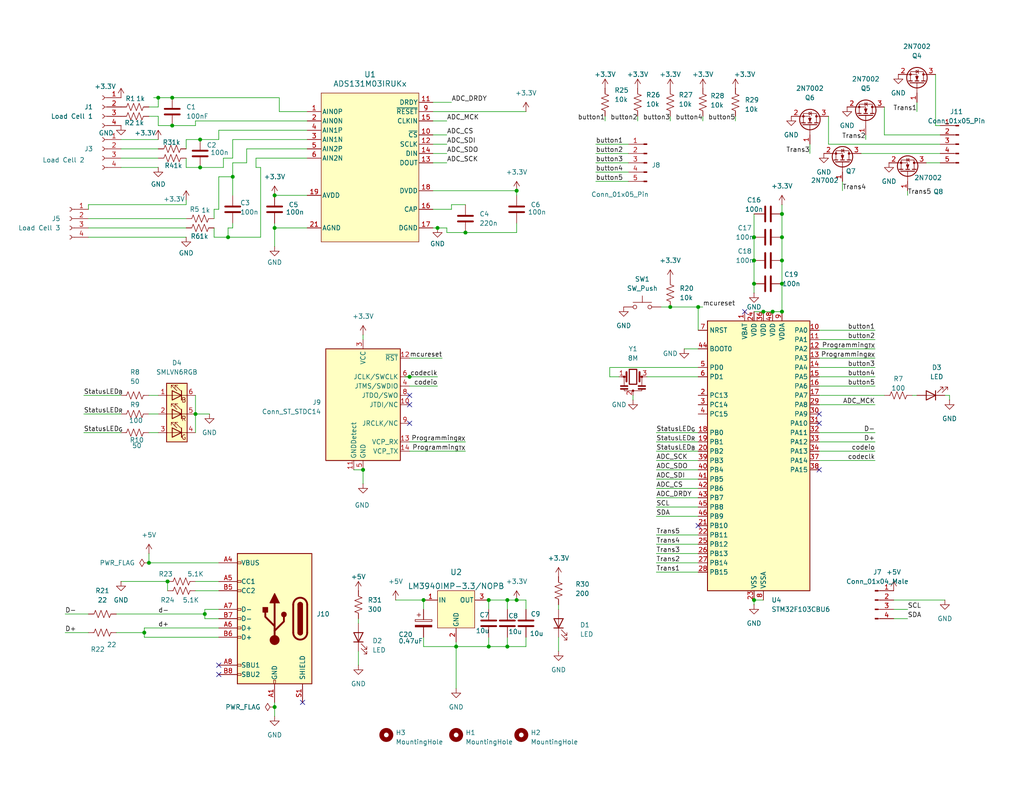
<source format=kicad_sch>
(kicad_sch (version 20231120) (generator "eeschema") (generator_version "8.0")
  (paper "USLetter")
  (title_block (title "Flight Stick") (date "2024-08-02") (rev "4.0") (company "Aryan Ghosh"))
  (junction (at 138.43 163.83))
  (junction (at 46.99 34.29))
  (junction (at 124.46 176.53))
  (junction (at 133.35 176.53))
  (junction (at 74.93 53.34))
  (junction (at 53.34 113.03))
  (junction (at 213.36 64.77))
  (junction (at 62.23 64.77))
  (junction (at 205.74 71.12))
  (junction (at 208.28 85.09))
  (junction (at 43.18 26.67))
  (junction (at 140.97 163.83))
  (junction (at 213.36 85.09))
  (junction (at 205.74 64.77))
  (junction (at 54.61 38.1))
  (junction (at 99.06 128.27))
  (junction (at 133.35 163.83))
  (junction (at 119.38 62.23))
  (junction (at 45.72 158.75))
  (junction (at 182.88 83.82))
  (junction (at 74.93 62.23))
  (junction (at 46.99 26.67))
  (junction (at 40.64 153.67))
  (junction (at 213.36 58.42))
  (junction (at 190.5 83.82))
  (junction (at 54.61 45.72))
  (junction (at 127 63.5))
  (junction (at 39.37 172.72))
  (junction (at 213.36 77.47))
  (junction (at 205.74 163.83))
  (junction (at 138.43 176.53))
  (junction (at 63.5 48.26))
  (junction (at 55.88 167.64))
  (junction (at 210.82 85.09))
  (junction (at 115.57 163.83))
  (junction (at 140.97 52.07))
  (junction (at 213.36 71.12))
  (junction (at 205.74 77.47))
  (junction (at 111.76 102.87))
  (junction (at 74.93 193.04))
  (no_connect (at 111.76 115.57))
  (no_connect (at 223.52 113.03))
  (no_connect (at 82.55 191.77))
  (no_connect (at 111.76 107.95))
  (no_connect (at 223.52 128.27))
  (no_connect (at 203.2 85.09))
  (no_connect (at 190.5 143.51))
  (no_connect (at 223.52 115.57))
  (no_connect (at 111.76 110.49))
  (no_connect (at 59.69 184.15))
  (no_connect (at 59.69 181.61))
  (wire (pts (xy 40.64 29.21) (xy 43.18 29.21)))
  (wire (pts (xy 247.65 168.91) (xy 243.84 168.91)))
  (wire (pts (xy 190.5 83.82) (xy 190.5 90.17)))
  (wire (pts (xy 118.11 57.15) (xy 123.19 57.15)))
  (wire (pts (xy 213.36 71.12) (xy 213.36 77.47)))
  (wire (pts (xy 43.18 26.67) (xy 46.99 26.67)))
  (wire (pts (xy 63.5 53.34) (xy 63.5 48.26)))
  (wire (pts (xy 179.07 135.89) (xy 190.5 135.89)))
  (wire (pts (xy 152.4 173.99) (xy 152.4 177.8)))
  (wire (pts (xy 179.07 140.97) (xy 190.5 140.97)))
  (wire (pts (xy 33.02 158.75) (xy 45.72 158.75)))
  (wire (pts (xy 43.18 31.75) (xy 43.18 34.29)))
  (wire (pts (xy 50.8 40.64) (xy 50.8 38.1)))
  (wire (pts (xy 97.79 177.8) (xy 97.79 181.61)))
  (wire (pts (xy 182.88 83.82) (xy 190.5 83.82)))
  (wire (pts (xy 256.54 36.83) (xy 241.3 36.83)))
  (wire (pts (xy 140.97 163.83) (xy 143.51 163.83)))
  (wire (pts (xy 143.51 176.53) (xy 143.51 173.99)))
  (wire (pts (xy 54.61 45.72) (xy 60.96 45.72)))
  (wire (pts (xy 191.77 33.02) (xy 191.77 31.75)))
  (wire (pts (xy 59.69 168.91) (xy 55.88 168.91)))
  (wire (pts (xy 238.76 100.33) (xy 223.52 100.33)))
  (wire (pts (xy 241.3 36.83) (xy 241.3 29.21)))
  (wire (pts (xy 43.18 29.21) (xy 43.18 26.67)))
  (wire (pts (xy 226.06 39.37) (xy 256.54 39.37)))
  (wire (pts (xy 115.57 176.53) (xy 124.46 176.53)))
  (wire (pts (xy 223.52 125.73) (xy 238.76 125.73)))
  (wire (pts (xy 46.99 26.67) (xy 76.2 26.67)))
  (wire (pts (xy 250.19 30.48) (xy 250.19 27.94)))
  (wire (pts (xy 127 123.19) (xy 111.76 123.19)))
  (wire (pts (xy 248.92 107.95) (xy 250.19 107.95)))
  (wire (pts (xy 67.31 40.64) (xy 83.82 40.64)))
  (wire (pts (xy 223.52 107.95) (xy 241.3 107.95)))
  (wire (pts (xy 33.02 40.64) (xy 43.18 40.64)))
  (wire (pts (xy 127 120.65) (xy 111.76 120.65)))
  (wire (pts (xy 40.64 113.03) (xy 43.18 113.03)))
  (wire (pts (xy 71.12 64.77) (xy 71.12 45.72)))
  (wire (pts (xy 223.52 120.65) (xy 238.76 120.65)))
  (wire (pts (xy 179.07 118.11) (xy 190.5 118.11)))
  (wire (pts (xy 76.2 30.48) (xy 83.82 30.48)))
  (wire (pts (xy 210.82 85.09) (xy 213.36 85.09)))
  (wire (pts (xy 55.88 167.64) (xy 55.88 166.37)))
  (wire (pts (xy 40.64 153.67) (xy 59.69 153.67)))
  (wire (pts (xy 63.5 48.26) (xy 63.5 44.45)))
  (wire (pts (xy 226.06 31.75) (xy 226.06 39.37)))
  (wire (pts (xy 58.42 62.23) (xy 58.42 64.77)))
  (wire (pts (xy 238.76 92.71) (xy 223.52 92.71)))
  (wire (pts (xy 74.93 195.58) (xy 74.93 193.04)))
  (wire (pts (xy 118.11 30.48) (xy 143.51 30.48)))
  (wire (pts (xy 179.07 153.67) (xy 190.5 153.67)))
  (wire (pts (xy 24.13 64.77) (xy 50.8 64.77)))
  (wire (pts (xy 99.06 128.27) (xy 99.06 132.08)))
  (wire (pts (xy 115.57 176.53) (xy 115.57 173.99)))
  (wire (pts (xy 119.38 105.41) (xy 111.76 105.41)))
  (wire (pts (xy 59.69 35.56) (xy 83.82 35.56)))
  (wire (pts (xy 121.92 39.37) (xy 118.11 39.37)))
  (wire (pts (xy 63.5 43.18) (xy 63.5 38.1)))
  (wire (pts (xy 238.76 97.79) (xy 223.52 97.79)))
  (wire (pts (xy 238.76 95.25) (xy 223.52 95.25)))
  (wire (pts (xy 259.08 107.95) (xy 257.81 107.95)))
  (wire (pts (xy 107.95 163.83) (xy 115.57 163.83)))
  (wire (pts (xy 31.75 167.64) (xy 55.88 167.64)))
  (wire (pts (xy 243.84 163.83) (xy 257.81 163.83)))
  (wire (pts (xy 40.64 153.67) (xy 40.64 151.13)))
  (wire (pts (xy 58.42 57.15) (xy 59.69 57.15)))
  (wire (pts (xy 53.34 113.03) (xy 57.15 113.03)))
  (wire (pts (xy 118.11 27.94) (xy 123.19 27.94)))
  (wire (pts (xy 179.07 133.35) (xy 190.5 133.35)))
  (wire (pts (xy 256.54 41.91) (xy 234.95 41.91)))
  (wire (pts (xy 190.5 83.82) (xy 191.77 83.82)))
  (wire (pts (xy 31.75 172.72) (xy 39.37 172.72)))
  (wire (pts (xy 133.35 176.53) (xy 133.35 173.99)))
  (wire (pts (xy 186.69 95.25) (xy 190.5 95.25)))
  (wire (pts (xy 50.8 55.88) (xy 50.8 54.61)))
  (wire (pts (xy 223.52 123.19) (xy 238.76 123.19)))
  (wire (pts (xy 179.07 156.21) (xy 190.5 156.21)))
  (wire (pts (xy 162.56 39.37) (xy 171.45 39.37)))
  (wire (pts (xy 62.23 64.77) (xy 71.12 64.77)))
  (wire (pts (xy 208.28 85.09) (xy 210.82 85.09)))
  (wire (pts (xy 179.07 125.73) (xy 190.5 125.73)))
  (wire (pts (xy 118.11 62.23) (xy 119.38 62.23)))
  (wire (pts (xy 162.56 44.45) (xy 171.45 44.45)))
  (wire (pts (xy 238.76 105.41) (xy 223.52 105.41)))
  (wire (pts (xy 123.19 55.88) (xy 127 55.88)))
  (wire (pts (xy 256.54 44.45) (xy 252.73 44.45)))
  (wire (pts (xy 121.92 63.5) (xy 121.92 62.23)))
  (wire (pts (xy 247.65 53.34) (xy 247.65 52.07)))
  (wire (pts (xy 205.74 71.12) (xy 205.74 77.47)))
  (wire (pts (xy 165.1 33.02) (xy 165.1 31.75)))
  (wire (pts (xy 152.4 165.1) (xy 152.4 166.37)))
  (wire (pts (xy 229.87 52.07) (xy 229.87 49.53)))
  (wire (pts (xy 110.49 102.87) (xy 111.76 102.87)))
  (wire (pts (xy 22.86 118.11) (xy 33.02 118.11)))
  (wire (pts (xy 213.36 77.47) (xy 213.36 85.09)))
  (wire (pts (xy 133.35 163.83) (xy 133.35 166.37)))
  (wire (pts (xy 63.5 62.23) (xy 62.23 62.23)))
  (wire (pts (xy 97.79 168.91) (xy 97.79 170.18)))
  (wire (pts (xy 69.85 43.18) (xy 83.82 43.18)))
  (wire (pts (xy 127 63.5) (xy 121.92 63.5)))
  (wire (pts (xy 39.37 171.45) (xy 39.37 172.72)))
  (wire (pts (xy 166.37 100.33) (xy 190.5 100.33)))
  (wire (pts (xy 50.8 38.1) (xy 54.61 38.1)))
  (wire (pts (xy 213.36 55.88) (xy 213.36 58.42)))
  (wire (pts (xy 41.91 26.67) (xy 43.18 26.67)))
  (wire (pts (xy 33.02 43.18) (xy 43.18 43.18)))
  (wire (pts (xy 172.72 109.22) (xy 172.72 107.95)))
  (wire (pts (xy 53.34 33.02) (xy 83.82 33.02)))
  (wire (pts (xy 213.36 58.42) (xy 213.36 64.77)))
  (wire (pts (xy 60.96 45.72) (xy 60.96 43.18)))
  (wire (pts (xy 179.07 123.19) (xy 190.5 123.19)))
  (wire (pts (xy 162.56 46.99) (xy 171.45 46.99)))
  (wire (pts (xy 138.43 163.83) (xy 138.43 166.37)))
  (wire (pts (xy 205.74 85.09) (xy 208.28 85.09)))
  (wire (pts (xy 43.18 34.29) (xy 46.99 34.29)))
  (wire (pts (xy 173.99 33.02) (xy 173.99 31.75)))
  (wire (pts (xy 179.07 128.27) (xy 190.5 128.27)))
  (wire (pts (xy 69.85 45.72) (xy 69.85 43.18)))
  (wire (pts (xy 140.97 63.5) (xy 127 63.5)))
  (wire (pts (xy 17.78 167.64) (xy 24.13 167.64)))
  (wire (pts (xy 138.43 163.83) (xy 140.97 163.83)))
  (wire (pts (xy 63.5 60.96) (xy 63.5 62.23)))
  (wire (pts (xy 143.51 166.37) (xy 143.51 163.83)))
  (wire (pts (xy 24.13 59.69) (xy 50.8 59.69)))
  (wire (pts (xy 33.02 45.72) (xy 43.18 45.72)))
  (wire (pts (xy 24.13 57.15) (xy 24.13 55.88)))
  (wire (pts (xy 179.07 120.65) (xy 190.5 120.65)))
  (wire (pts (xy 213.36 64.77) (xy 213.36 71.12)))
  (wire (pts (xy 69.85 45.72) (xy 71.12 45.72)))
  (wire (pts (xy 247.65 166.37) (xy 243.84 166.37)))
  (wire (pts (xy 50.8 43.18) (xy 50.8 45.72)))
  (wire (pts (xy 115.57 163.83) (xy 115.57 166.37)))
  (wire (pts (xy 180.34 83.82) (xy 182.88 83.82)))
  (wire (pts (xy 259.08 109.22) (xy 259.08 107.95)))
  (wire (pts (xy 238.76 102.87) (xy 223.52 102.87)))
  (wire (pts (xy 53.34 34.29) (xy 53.34 33.02)))
  (wire (pts (xy 176.53 102.87) (xy 190.5 102.87)))
  (wire (pts (xy 40.64 118.11) (xy 43.18 118.11)))
  (wire (pts (xy 63.5 38.1) (xy 83.82 38.1)))
  (wire (pts (xy 133.35 176.53) (xy 138.43 176.53)))
  (wire (pts (xy 140.97 52.07) (xy 140.97 53.34)))
  (wire (pts (xy 162.56 41.91) (xy 171.45 41.91)))
  (wire (pts (xy 55.88 166.37) (xy 59.69 166.37)))
  (wire (pts (xy 22.86 107.95) (xy 33.02 107.95)))
  (wire (pts (xy 118.11 33.02) (xy 121.92 33.02)))
  (wire (pts (xy 140.97 60.96) (xy 140.97 63.5)))
  (wire (pts (xy 74.93 62.23) (xy 83.82 62.23)))
  (wire (pts (xy 76.2 26.67) (xy 76.2 30.48)))
  (wire (pts (xy 223.52 118.11) (xy 238.76 118.11)))
  (wire (pts (xy 255.27 34.29) (xy 255.27 20.32)))
  (wire (pts (xy 205.74 64.77) (xy 205.74 71.12)))
  (wire (pts (xy 50.8 45.72) (xy 54.61 45.72)))
  (wire (pts (xy 33.02 38.1) (xy 43.18 38.1)))
  (wire (pts (xy 256.54 34.29) (xy 255.27 34.29)))
  (wire (pts (xy 59.69 38.1) (xy 59.69 35.56)))
  (wire (pts (xy 53.34 107.95) (xy 53.34 113.03)))
  (wire (pts (xy 205.74 163.83) (xy 208.28 163.83)))
  (wire (pts (xy 53.34 158.75) (xy 59.69 158.75)))
  (wire (pts (xy 138.43 176.53) (xy 143.51 176.53)))
  (wire (pts (xy 53.34 161.29) (xy 59.69 161.29)))
  (wire (pts (xy 17.78 172.72) (xy 24.13 172.72)))
  (wire (pts (xy 58.42 59.69) (xy 58.42 57.15)))
  (wire (pts (xy 118.11 52.07) (xy 140.97 52.07)))
  (wire (pts (xy 162.56 49.53) (xy 171.45 49.53)))
  (wire (pts (xy 39.37 173.99) (xy 39.37 172.72)))
  (wire (pts (xy 179.07 130.81) (xy 190.5 130.81)))
  (wire (pts (xy 40.64 107.95) (xy 43.18 107.95)))
  (wire (pts (xy 119.38 102.87) (xy 111.76 102.87)))
  (wire (pts (xy 200.66 31.75) (xy 200.66 33.02)))
  (wire (pts (xy 179.07 138.43) (xy 190.5 138.43)))
  (wire (pts (xy 22.86 113.03) (xy 33.02 113.03)))
  (wire (pts (xy 138.43 176.53) (xy 138.43 173.99)))
  (wire (pts (xy 223.52 110.49) (xy 238.76 110.49)))
  (wire (pts (xy 118.11 36.83) (xy 121.92 36.83)))
  (wire (pts (xy 67.31 44.45) (xy 67.31 40.64)))
  (wire (pts (xy 121.92 41.91) (xy 118.11 41.91)))
  (wire (pts (xy 53.34 113.03) (xy 53.34 118.11)))
  (wire (pts (xy 179.07 151.13) (xy 190.5 151.13)))
  (wire (pts (xy 59.69 57.15) (xy 59.69 48.26)))
  (wire (pts (xy 54.61 38.1) (xy 59.69 38.1)))
  (wire (pts (xy 179.07 146.05) (xy 190.5 146.05)))
  (wire (pts (xy 166.37 100.33) (xy 166.37 102.87)))
  (wire (pts (xy 236.22 38.1) (xy 236.22 36.83)))
  (wire (pts (xy 166.37 102.87) (xy 168.91 102.87)))
  (wire (pts (xy 60.96 43.18) (xy 63.5 43.18)))
  (wire (pts (xy 96.52 128.27) (xy 99.06 128.27)))
  (wire (pts (xy 63.5 44.45) (xy 67.31 44.45)))
  (wire (pts (xy 55.88 167.64) (xy 55.88 168.91)))
  (wire (pts (xy 133.35 163.83) (xy 138.43 163.83)))
  (wire (pts (xy 182.88 33.02) (xy 182.88 31.75)))
  (wire (pts (xy 45.72 158.75) (xy 45.72 161.29)))
  (wire (pts (xy 120.65 97.79) (xy 111.76 97.79)))
  (wire (pts (xy 123.19 57.15) (xy 123.19 55.88)))
  (wire (pts (xy 46.99 34.29) (xy 53.34 34.29)))
  (wire (pts (xy 238.76 90.17) (xy 223.52 90.17)))
  (wire (pts (xy 62.23 62.23) (xy 62.23 64.77)))
  (wire (pts (xy 124.46 175.26) (xy 124.46 176.53)))
  (wire (pts (xy 99.06 91.44) (xy 99.06 92.71)))
  (wire (pts (xy 205.74 58.42) (xy 205.74 64.77)))
  (wire (pts (xy 59.69 171.45) (xy 39.37 171.45)))
  (wire (pts (xy 205.74 165.1) (xy 205.74 163.83)))
  (wire (pts (xy 39.37 173.99) (xy 59.69 173.99)))
  (wire (pts (xy 74.93 193.04) (xy 74.93 191.77)))
  (wire (pts (xy 205.74 77.47) (xy 205.74 80.01)))
  (wire (pts (xy 74.93 67.31) (xy 74.93 62.23)))
  (wire (pts (xy 179.07 148.59) (xy 190.5 148.59)))
  (wire (pts (xy 121.92 62.23) (xy 119.38 62.23)))
  (wire (pts (xy 58.42 64.77) (xy 62.23 64.77)))
  (wire (pts (xy 121.92 44.45) (xy 118.11 44.45)))
  (wire (pts (xy 124.46 176.53) (xy 133.35 176.53)))
  (wire (pts (xy 124.46 176.53) (xy 124.46 187.96)))
  (wire (pts (xy 74.93 53.34) (xy 83.82 53.34)))
  (wire (pts (xy 74.93 60.96) (xy 74.93 62.23)))
  (wire (pts (xy 24.13 55.88) (xy 50.8 55.88)))
  (wire (pts (xy 40.64 31.75) (xy 43.18 31.75)))
  (wire (pts (xy 220.98 41.91) (xy 220.98 39.37)))
  (wire (pts (xy 59.69 48.26) (xy 63.5 48.26)))
  (wire (pts (xy 24.13 62.23) (xy 50.8 62.23)))
  (label "mcureset" (at 120.65 97.79 180))
  (label "ADC_SCK" (at 179.07 125.73 0))
  (label "Trans1" (at 179.07 156.21 0))
  (label "button3" (at 182.88 33.02 180))
  (label "codeclk" (at 119.38 102.87 180))
  (label "ADC_MCK" (at 121.92 33.02 0))
  (label "D+" (at 238.76 120.65 180))
  (label "StatusLED_{B}" (at 179.07 123.19 0))
  (label "D-" (at 17.78 167.64 0))
  (label "button5" (at 238.76 105.41 180))
  (label "Trans2" (at 179.07 153.67 0))
  (label "D-" (at 238.76 118.11 180))
  (label "codeio" (at 238.76 123.19 180))
  (label "Programming_{RX}" (at 127 120.65 180))
  (label "Trans1" (at 250.19 30.48 180))
  (label "ADC_SDI" (at 121.92 39.37 0))
  (label "Trans5" (at 179.07 146.05 0))
  (label "button2" (at 238.76 92.71 180))
  (label "ADC_SDO" (at 179.07 128.27 0))
  (label "button5" (at 162.56 49.53 0))
  (label "Trans4" (at 179.07 148.59 0))
  (label "D+" (at 17.78 172.72 0))
  (label "SDA" (at 179.07 140.97 0))
  (label "SCL" (at 179.07 138.43 0))
  (label "SDA" (at 247.65 168.91 0))
  (label "Programming_{TX}" (at 238.76 95.25 180))
  (label "Programming_{TX}" (at 127 123.19 180))
  (label "ADC_DRDY" (at 179.07 135.89 0))
  (label "Trans5" (at 247.65 53.34 0))
  (label "StatusLED_{R}" (at 22.86 113.03 0))
  (label "button1" (at 162.56 39.37 0))
  (label "ADC_DRDY" (at 123.19 27.94 0))
  (label "Trans3" (at 220.98 41.91 180))
  (label "SCL" (at 247.65 166.37 0))
  (label "Trans2" (at 236.22 38.1 180))
  (label "codeclk" (at 238.76 125.73 180))
  (label "d+" (at 43.18 171.45 0))
  (label "mcureset" (at 191.77 83.82 0))
  (label "button1" (at 238.76 90.17 180))
  (label "button3" (at 238.76 100.33 180))
  (label "StatusLED_{R}" (at 179.07 120.65 0))
  (label "button2" (at 173.99 33.02 180))
  (label "Trans4" (at 229.87 52.07 0))
  (label "ADC_CS" (at 179.07 133.35 0))
  (label "button5" (at 200.66 33.02 180))
  (label "ADC_SDI" (at 179.07 130.81 0))
  (label "Programming_{RX}" (at 238.76 97.79 180))
  (label "StatusLED_{G}" (at 179.07 118.11 0))
  (label "ADC_SDO" (at 121.92 41.91 0))
  (label "StatusLED_{G}" (at 22.86 118.11 0))
  (label "d-" (at 43.18 167.64 0))
  (label "button3" (at 162.56 44.45 0))
  (label "ADC_MCK" (at 238.76 110.49 180))
  (label "codeio" (at 119.38 105.41 180))
  (label "button4" (at 191.77 33.02 180))
  (label "button1" (at 165.1 33.02 180))
  (label "ADC_SCK" (at 121.92 44.45 0))
  (label "button4" (at 238.76 102.87 180))
  (label "StatusLED_{B}" (at 22.86 107.95 0))
  (label "button4" (at 162.56 46.99 0))
  (label "button2" (at 162.56 41.91 0))
  (label "ADC_CS" (at 121.92 36.83 0))
  (label "Trans3" (at 179.07 151.13 0))
  (symbol (lib_id "Device:LED") (at 254 107.95 180) (unit 1)
    (property "Reference" "D3" (at 255.5875 100.33 0))
    (property "Value" "LED" (at 255.5875 102.87 0))
    (property "Footprint" "LED_SMD:LED_0805_2012Metric" (effects (hide yes)))
    (property "Description" "Light emitting diode" (effects (hide yes)))
  )
  (symbol (lib_id "Connector:Conn_01x04_Socket") (at 19.05 59.69 0) (mirror y) (unit 1)
    (property "Reference" "J5" (at 16.51 59.69 0) (effects (justify left)))
    (property "Value" "Load Cell 3" (at 16.51 62.23 0) (effects (justify left)))
    (property "Footprint" "Connector_PinHeader_1.27mm:PinHeader_1x04_P1.27mm_Vertical" (effects (hide yes)))
    (property "Description" "Generic connector, single row, 01x04, script generated" (effects (hide yes)))
  )
  (symbol (lib_id "Device:R_US") (at 54.61 59.69 90) (unit 1)
    (property "Reference" "R5" (at 53.086 57.15 90))
    (property "Value" "1k" (at 56.134 57.404 90))
    (property "Footprint" "Resistor_SMD:R_0603_1608Metric" (effects (hide yes)))
    (property "Description" "Resistor, US symbol" (effects (hide yes)))
  )
  (symbol (lib_id "power:+5V") (at 40.64 151.13 0) (unit 1)
    (property "Reference" "#PWR038" (effects (hide yes)))
    (property "Value" "+5V" (at 40.64 146.05 0))
    (property "Description" "Power symbol creates a global label with name \"+5V\"" (effects (hide yes)))
  )
  (symbol (lib_id "Device:R_US") (at 46.99 40.64 90) (unit 1)
    (property "Reference" "R3" (at 45.72 38.862 90))
    (property "Value" "1k" (at 48.006 38.862 90))
    (property "Footprint" "Resistor_SMD:R_0603_1608Metric" (effects (hide yes)))
    (property "Description" "Resistor, US symbol" (effects (hide yes)))
  )
  (symbol (lib_id "power:+3.3V") (at 191.77 24.13 0) (unit 1)
    (property "Reference" "#PWR045" (effects (hide yes)))
    (property "Value" "+3.3V" (at 191.77 20.32 0))
    (property "Description" "Power symbol creates a global label with name \"+3.3V\"" (effects (hide yes)))
  )
  (symbol (lib_id "MCU_ST_STM32F1:STM32F103CBUx") (at 205.74 125.73 0) (unit 1)
    (property "Reference" "U4" (at 210.4741 163.83 0) (effects (justify left)))
    (property "Value" "STM32F103CBU6" (at 210.4741 166.37 0) (effects (justify left)))
    (property "Footprint" "Package_DFN_QFN:QFN-48-1EP_7x7mm_P0.5mm_EP5.6x5.6mm" (effects (hide yes)))
    (property "Datasheet" "https://www.st.com/resource/en/datasheet/stm32f103cb.pdf" (effects (hide yes)))
    (property "Description" "STMicroelectronics Arm Cortex-M3 MCU, 128KB flash, 20KB RAM, 72 MHz, 2.0-3.6V, 37 GPIO, UFQFPN48" (effects (hide yes)))
  )
  (symbol (lib_id "Mechanical:MountingHole") (at 105.41 200.66 0) (unit 1)
    (property "Reference" "H3" (at 107.95 200.025 0) (effects (justify left)))
    (property "Value" "MountingHole" (at 107.95 202.565 0) (effects (justify left)))
    (property "Footprint" "MountingHole:MountingHole_3.2mm_M3_ISO7380" (effects (hide yes)))
    (property "Description" "Mounting Hole without connection" (effects (hide yes)))
  )
  (symbol (lib_id "power:+3.3V") (at 173.99 24.13 0) (unit 1)
    (property "Reference" "#PWR015" (effects (hide yes)))
    (property "Value" "+3.3V" (at 173.99 20.32 0))
    (property "Description" "Power symbol creates a global label with name \"+3.3V\"" (effects (hide yes)))
  )
  (symbol (lib_id "power:+3.3V") (at 50.8 54.61 0) (unit 1)
    (property "Reference" "#PWR016" (effects (hide yes)))
    (property "Value" "+3.3V" (at 47.498 54.356 0))
    (property "Description" "Power symbol creates a global label with name \"+3.3V\"" (effects (hide yes)))
  )
  (symbol (lib_id "power:GND") (at 205.74 165.1 0) (unit 1)
    (property "Reference" "#PWR029" (effects (hide yes)))
    (property "Value" "GND" (at 205.74 170.18 0))
    (property "Description" "Power symbol creates a global label with name \"GND\" , ground" (effects (hide yes)))
  )
  (symbol (lib_id "Device:R_US") (at 36.83 31.75 90) (unit 1)
    (property "Reference" "R2" (at 35.306 33.528 90))
    (property "Value" "1k" (at 38.1 33.528 90))
    (property "Footprint" "Resistor_SMD:R_0603_1608Metric" (effects (hide yes)))
    (property "Description" "Resistor, US symbol" (effects (hide yes)))
  )
  (symbol (lib_id "power:+5V") (at 97.79 161.29 0) (unit 1)
    (property "Reference" "#PWR014" (effects (hide yes)))
    (property "Value" "+5V" (at 97.79 157.48 0))
    (property "Description" "Power symbol creates a global label with name \"+5V\"" (effects (hide yes)))
  )
  (symbol (lib_id "Mechanical:MountingHole") (at 142.24 200.66 0) (unit 1)
    (property "Reference" "H2" (at 144.78 200.025 0) (effects (justify left)))
    (property "Value" "MountingHole" (at 144.78 202.565 0) (effects (justify left)))
    (property "Footprint" "MountingHole:MountingHole_3.2mm_M3_ISO7380" (effects (hide yes)))
    (property "Description" "Mounting Hole without connection" (effects (hide yes)))
  )
  (symbol (lib_id "power:+3.3V") (at 182.88 76.2 0) (unit 1)
    (property "Reference" "#PWR027" (effects (hide yes)))
    (property "Value" "+3.3V" (at 182.88 71.12 0))
    (property "Description" "Power symbol creates a global label with name \"+3.3V\"" (effects (hide yes)))
  )
  (symbol (lib_id "power:+3.3V") (at 99.06 91.44 0) (unit 1)
    (property "Reference" "#PWR036" (effects (hide yes)))
    (property "Value" "+3.3V" (at 99.06 86.36 0))
    (property "Description" "Power symbol creates a global label with name \"+3.3V\"" (effects (hide yes)))
  )
  (symbol (lib_id "Device:C") (at 127 59.69 0) (unit 1)
    (property "Reference" "C4" (at 130.81 58.4199 0) (effects (justify left)))
    (property "Value" "220n" (at 130.81 60.9599 0) (effects (justify left)))
    (property "Footprint" "Capacitor_SMD:C_0603_1608Metric" (effects (hide yes)))
    (property "Description" "Unpolarized capacitor" (effects (hide yes)))
  )
  (symbol (lib_id "Device:C") (at 143.51 170.18 0) (unit 1)
    (property "Reference" "C9" (at 144.78 167.64 0) (effects (justify left)))
    (property "Value" "10u" (at 144.526 172.974 0) (effects (justify left)))
    (property "Footprint" "Capacitor_SMD:C_0603_1608Metric" (effects (hide yes)))
    (property "Description" "Unpolarized capacitor" (effects (hide yes)))
  )
  (symbol (lib_id "power:GND") (at 259.08 109.22 0) (unit 1)
    (property "Reference" "#PWR020" (effects (hide yes)))
    (property "Value" "GND" (at 259.08 114.3 0))
    (property "Description" "Power symbol creates a global label with name \"GND\" , ground" (effects (hide yes)))
  )
  (symbol (lib_id "power:GND") (at 74.93 195.58 0) (mirror y) (unit 1)
    (property "Reference" "#PWR040" (effects (hide yes)))
    (property "Value" "GND" (at 74.93 200.66 0))
    (property "Description" "Power symbol creates a global label with name \"GND\" , ground" (effects (hide yes)))
  )
  (symbol (lib_id "power:GND") (at 170.18 83.82 0) (unit 1)
    (property "Reference" "#PWR024" (effects (hide yes)))
    (property "Value" "GND" (at 170.18 88.9 0))
    (property "Description" "Power symbol creates a global label with name \"GND\" , ground" (effects (hide yes)))
  )
  (symbol (lib_id "Device:C_Polarized") (at 115.57 170.18 0) (unit 1)
    (property "Reference" "C20" (at 108.712 173.228 0) (effects (justify left)))
    (property "Value" "0.47uF" (at 108.712 175.006 0) (effects (justify left)))
    (property "Footprint" "Capacitor_SMD:C_0603_1608Metric" (effects (hide yes)))
    (property "Description" "Polarized capacitor" (effects (hide yes)))
  )
  (symbol (lib_id "Device:R_US") (at 182.88 27.94 0) (unit 1)
    (property "Reference" "R27" (at 185.166 25.908 0) (effects (justify left)))
    (property "Value" "10k" (at 185.166 28.448 0) (effects (justify left)))
    (property "Footprint" "Resistor_SMD:R_0603_1608Metric" (effects (hide yes)))
    (property "Description" "Resistor, US symbol" (effects (hide yes)))
  )
  (symbol (lib_id "power:GND") (at 186.69 95.25 0) (unit 1)
    (property "Reference" "#PWR03" (effects (hide yes)))
    (property "Value" "GND" (at 182.88 96.52 0))
    (property "Description" "Power symbol creates a global label with name \"GND\" , ground" (effects (hide yes)))
  )
  (symbol (lib_id "Device:C") (at 63.5 57.15 180) (unit 1)
    (property "Reference" "C3" (at 65.532 55.372 0) (effects (justify right)))
    (property "Value" "100n" (at 65.532 57.912 0) (effects (justify right)))
    (property "Footprint" "Capacitor_SMD:C_0603_1608Metric" (effects (hide yes)))
    (property "Description" "Unpolarized capacitor" (effects (hide yes)))
  )
  (symbol (lib_id "power:GND") (at 119.38 62.23 0) (unit 1)
    (property "Reference" "#PWR02" (effects (hide yes)))
    (property "Value" "GND" (at 119.38 66.548 0))
    (property "Description" "Power symbol creates a global label with name \"GND\" , ground" (effects (hide yes)))
  )
  (symbol (lib_id "power:GND") (at 43.18 45.72 0) (unit 1)
    (property "Reference" "#PWR018" (effects (hide yes)))
    (property "Value" "GND" (at 43.18 50.292 0))
    (property "Description" "Power symbol creates a global label with name \"GND\" , ground" (effects (hide yes)))
  )
  (symbol (lib_id "Device:R_US") (at 182.88 80.01 0) (unit 1)
    (property "Reference" "R20" (at 185.42 78.7399 0) (effects (justify left)))
    (property "Value" "10k" (at 185.42 81.2799 0) (effects (justify left)))
    (property "Footprint" "Resistor_SMD:R_0603_1608Metric" (effects (hide yes)))
    (property "Description" "Resistor, US symbol" (effects (hide yes)))
  )
  (symbol (lib_id "power:+3.3V") (at 140.97 163.83 0) (unit 1)
    (property "Reference" "#PWR042" (effects (hide yes)))
    (property "Value" "+3.3V" (at 140.97 158.75 0))
    (property "Description" "Power symbol creates a global label with name \"+3.3V\"" (effects (hide yes)))
  )
  (symbol (lib_id "Device:Resonator") (at 172.72 102.87 0) (unit 1)
    (property "Reference" "Y1" (at 172.72 95.25 0))
    (property "Value" "8M" (at 172.72 97.79 0))
    (property "Footprint" "Crystal:Resonator_SMD_Murata_CSTxExxV-3Pin_3.0x1.1mm" (effects (hide yes)))
    (property "Description" "Three pin ceramic resonator" (effects (hide yes)))
  )
  (symbol (lib_id "power:GND") (at 172.72 109.22 0) (unit 1)
    (property "Reference" "#PWR043" (effects (hide yes)))
    (property "Value" "GND" (at 168.91 110.49 0))
    (property "Description" "Power symbol creates a global label with name \"GND\" , ground" (effects (hide yes)))
  )
  (symbol (lib_id "Connector:Conn_01x04_Pin") (at 238.76 163.83 0) (unit 1)
    (property "Reference" "J7" (at 239.395 156.21 0))
    (property "Value" "Conn_01x04_Male" (at 239.395 158.75 0))
    (property "Footprint" "Connector_JST:JST_XH_B4B-XH-A_1x04_P2.50mm_Vertical" (effects (hide yes)))
    (property "Description" "Generic connector, single row, 01x04, script generated" (effects (hide yes)))
  )
  (symbol (lib_id "Device:C") (at 209.55 58.42 90) (unit 1)
    (property "Reference" "C16" (at 205.74 54.61 90))
    (property "Value" "100n" (at 205.74 57.15 90))
    (property "Footprint" "Capacitor_SMD:C_0603_1608Metric" (effects (hide yes)))
    (property "Description" "Unpolarized capacitor" (effects (hide yes)))
  )
  (symbol (lib_id "power:+3.3V") (at 43.18 38.1 0) (unit 1)
    (property "Reference" "#PWR013" (effects (hide yes)))
    (property "Value" "+3.3V" (at 39.624 36.322 0))
    (property "Description" "Power symbol creates a global label with name \"+3.3V\"" (effects (hide yes)))
  )
  (symbol (lib_id "power:+3.3V") (at 33.02 26.67 0) (unit 1)
    (property "Reference" "#PWR010" (effects (hide yes)))
    (property "Value" "+3.3V" (at 28.702 23.622 0))
    (property "Description" "Power symbol creates a global label with name \"+3.3V\"" (effects (hide yes)))
  )
  (symbol (lib_id "Transistor_FET:2N7002") (at 236.22 31.75 270) (mirror x) (unit 1)
    (property "Reference" "Q5" (at 236.22 24.13 90))
    (property "Value" "2N7002" (at 236.22 21.59 90))
    (property "Footprint" "Package_TO_SOT_SMD:SOT-23" (effects (hide yes)))
    (property "Datasheet" "https://www.onsemi.com/pub/Collateral/NDS7002A-D.PDF" (effects (hide yes)))
    (property "Description" "0.115A Id, 60V Vds, N-Channel MOSFET, SOT-23" (effects (hide yes)))
  )
  (symbol (lib_id "Device:C") (at 54.61 41.91 180) (unit 1)
    (property "Reference" "C2" (at 56.388 39.624 0) (effects (justify right)))
    (property "Value" "100n" (at 57.404 41.656 0) (effects (justify right)))
    (property "Footprint" "Capacitor_SMD:C_0603_1608Metric" (effects (hide yes)))
    (property "Description" "Unpolarized capacitor" (effects (hide yes)))
  )
  (symbol (lib_id "power:GND") (at 242.57 44.45 0) (mirror y) (unit 1)
    (property "Reference" "#PWR049" (effects (hide yes)))
    (property "Value" "GND" (at 242.57 49.53 0))
    (property "Description" "Power symbol creates a global label with name \"GND\" , ground" (effects (hide yes)))
  )
  (symbol (lib_id "power:+3.3V") (at 152.4 157.48 0) (unit 1)
    (property "Reference" "#PWR07" (effects (hide yes)))
    (property "Value" "+3.3V" (at 152.4 152.4 0))
    (property "Description" "Power symbol creates a global label with name \"+3.3V\"" (effects (hide yes)))
  )
  (symbol (lib_id "Device:R_US") (at 36.83 29.21 90) (unit 1)
    (property "Reference" "R1" (at 35.56 26.924 90))
    (property "Value" "1k" (at 38.354 26.924 90))
    (property "Footprint" "Resistor_SMD:R_0603_1608Metric" (effects (hide yes)))
    (property "Description" "Resistor, US symbol" (effects (hide yes)))
  )
  (symbol (lib_id "Device:C") (at 209.55 71.12 90) (unit 1)
    (property "Reference" "C18" (at 203.2 68.58 90))
    (property "Value" "100n" (at 203.2 71.12 90))
    (property "Footprint" "Capacitor_SMD:C_0603_1608Metric" (effects (hide yes)))
    (property "Description" "Unpolarized capacitor" (effects (hide yes)))
  )
  (symbol (lib_id "Device:R_US") (at 49.53 158.75 90) (unit 1)
    (property "Reference" "R23" (at 45.212 156.718 90))
    (property "Value" "5.1K" (at 53.34 156.718 90))
    (property "Footprint" "Resistor_SMD:R_0603_1608Metric" (effects (hide yes)))
    (property "Description" "Resistor, US symbol" (effects (hide yes)))
  )
  (symbol (lib_id "Device:R_US") (at 245.11 107.95 90) (unit 1)
    (property "Reference" "R7" (at 245.11 103.4344 90))
    (property "Value" "100" (at 245.11 105.9744 90))
    (property "Footprint" "Resistor_SMD:R_0603_1608Metric" (effects (hide yes)))
    (property "Description" "Resistor, US symbol" (effects (hide yes)))
  )
  (symbol (lib_id "Device:R_US") (at 165.1 27.94 0) (unit 1)
    (property "Reference" "R25" (at 167.64 24.638 0) (effects (justify left)))
    (property "Value" "10k" (at 167.64 27.178 0) (effects (justify left)))
    (property "Footprint" "Resistor_SMD:R_0603_1608Metric" (effects (hide yes)))
    (property "Description" "Resistor, US symbol" (effects (hide yes)))
  )
  (symbol (lib_id "Device:R_US") (at 36.83 118.11 90) (unit 1)
    (property "Reference" "R10" (at 37.338 120.142 90))
    (property "Value" "50" (at 37.338 121.666 90))
    (property "Footprint" "Resistor_SMD:R_0603_1608Metric" (effects (hide yes)))
    (property "Description" "Resistor, US symbol" (effects (hide yes)))
  )
  (symbol (lib_id "power:GND") (at 245.11 20.32 0) (mirror y) (unit 1)
    (property "Reference" "#PWR034" (effects (hide yes)))
    (property "Value" "GND" (at 245.11 25.4 0))
    (property "Description" "Power symbol creates a global label with name \"GND\" , ground" (effects (hide yes)))
  )
  (symbol (lib_id "power:GND") (at 97.79 181.61 0) (unit 1)
    (property "Reference" "#PWR050" (effects (hide yes)))
    (property "Value" "GND" (at 97.79 186.69 0))
    (property "Description" "Power symbol creates a global label with name \"GND\" , ground" (effects (hide yes)))
  )
  (symbol (lib_id "Transistor_FET:2N7002") (at 220.98 34.29 270) (mirror x) (unit 1)
    (property "Reference" "Q6" (at 220.98 26.67 90))
    (property "Value" "2N7002" (at 220.98 24.13 90))
    (property "Footprint" "Package_TO_SOT_SMD:SOT-23" (effects (hide yes)))
    (property "Datasheet" "https://www.onsemi.com/pub/Collateral/NDS7002A-D.PDF" (effects (hide yes)))
    (property "Description" "0.115A Id, 60V Vds, N-Channel MOSFET, SOT-23" (effects (hide yes)))
  )
  (symbol (lib_id "Device:R_US") (at 54.61 62.23 90) (unit 1)
    (property "Reference" "R6" (at 53.34 64.516 90))
    (property "Value" "1k" (at 55.626 64.516 90))
    (property "Footprint" "Resistor_SMD:R_0603_1608Metric" (effects (hide yes)))
    (property "Description" "Resistor, US symbol" (effects (hide yes)))
  )
  (symbol (lib_id "power:+3.3V") (at 140.97 52.07 0) (unit 1)
    (property "Reference" "#PWR05" (effects (hide yes)))
    (property "Value" "+3.3V" (at 140.97 46.99 0))
    (property "Description" "Power symbol creates a global label with name \"+3.3V\"" (effects (hide yes)))
  )
  (symbol (lib_id "power:PWR_FLAG") (at 74.93 193.04 90) (unit 1)
    (property "Reference" "#FLG02" (effects (hide yes)))
    (property "Value" "PWR_FLAG" (at 71.12 193.04 90) (effects (justify left)))
    (property "Description" "Special symbol for telling ERC where power comes from" (effects (hide yes)))
  )
  (symbol (lib_id "flight_stick:LM3940IMP-3.3_NOPB") (at 124.46 163.83 0) (unit 1)
    (property "Reference" "U2" (at 124.46 156.21 0) (effects (font (size 1.524 1.524))))
    (property "Value" "LM3940IMP-3.3/NOPB" (at 124.46 160.02 0) (effects (font (size 1.524 1.524))))
    (property "Footprint" "flight_stick_footprints:MP04A" (effects (hide yes)))
    (property "Datasheet" "https://www.ti.com/lit/gpn/LM3940" (effects (hide yes)))
    (property "Description" "1-A, low-dropout voltage regulator for 5-V to 3.3-V conversion" (effects (hide yes)))
  )
  (symbol (lib_id "power:GND") (at 231.14 29.21 0) (mirror y) (unit 1)
    (property "Reference" "#PWR035" (effects (hide yes)))
    (property "Value" "GND" (at 231.14 34.29 0))
    (property "Description" "Power symbol creates a global label with name \"GND\" , ground" (effects (hide yes)))
  )
  (symbol (lib_id "power:GND") (at 33.02 34.29 0) (unit 1)
    (property "Reference" "#PWR019" (effects (hide yes)))
    (property "Value" "GND" (at 28.956 36.322 0))
    (property "Description" "Power symbol creates a global label with name \"GND\" , ground" (effects (hide yes)))
  )
  (symbol (lib_id "Device:R_US") (at 27.94 167.64 90) (unit 1)
    (property "Reference" "R21" (at 27.94 161.29 90))
    (property "Value" "22" (at 27.94 163.83 90))
    (property "Footprint" "Resistor_SMD:R_0603_1608Metric" (effects (hide yes)))
    (property "Description" "Resistor, US symbol" (effects (hide yes)))
  )
  (symbol (lib_id "Transistor_FET:2N7002") (at 229.87 44.45 270) (mirror x) (unit 1)
    (property "Reference" "Q7" (at 232.156 46.736 90))
    (property "Value" "2N7002" (at 225.044 49.276 90))
    (property "Footprint" "Package_TO_SOT_SMD:SOT-23" (effects (hide yes)))
    (property "Datasheet" "https://www.onsemi.com/pub/Collateral/NDS7002A-D.PDF" (effects (hide yes)))
    (property "Description" "0.115A Id, 60V Vds, N-Channel MOSFET, SOT-23" (effects (hide yes)))
  )
  (symbol (lib_id "power:+3.3V") (at 74.93 53.34 0) (unit 1)
    (property "Reference" "#PWR04" (effects (hide yes)))
    (property "Value" "+3.3V" (at 74.93 48.26 0))
    (property "Description" "Power symbol creates a global label with name \"+3.3V\"" (effects (hide yes)))
  )
  (symbol (lib_id "Device:C") (at 46.99 30.48 180) (unit 1)
    (property "Reference" "C1" (at 50.8 29.2099 0) (effects (justify right)))
    (property "Value" "100nF" (at 50.8 31.7499 0) (effects (justify right)))
    (property "Footprint" "Capacitor_SMD:C_0603_1608Metric" (effects (hide yes)))
    (property "Description" "Unpolarized capacitor" (effects (hide yes)))
  )
  (symbol (lib_id "power:+3.3V") (at 200.66 24.13 0) (unit 1)
    (property "Reference" "#PWR046" (effects (hide yes)))
    (property "Value" "+3.3V" (at 203.2 20.32 0))
    (property "Description" "Power symbol creates a global label with name \"+3.3V\"" (effects (hide yes)))
  )
  (symbol (lib_id "power:GND") (at 50.8 64.77 0) (unit 1)
    (property "Reference" "#PWR017" (effects (hide yes)))
    (property "Value" "GND" (at 50.8 69.088 0))
    (property "Description" "Power symbol creates a global label with name \"GND\" , ground" (effects (hide yes)))
  )
  (symbol (lib_id "Switch:SW_Push") (at 175.26 83.82 0) (unit 1)
    (property "Reference" "SW1" (at 175.26 76.2 0))
    (property "Value" "SW_Push" (at 175.26 78.74 0))
    (property "Footprint" "Button_Switch_SMD:SW_Push_1P1T_NO_CK_KMR2" (effects (hide yes)))
    (property "Description" "Push button switch, generic, two pins" (effects (hide yes)))
  )
  (symbol (lib_id "flight_stick:ADS131M03IRUKx") (at 101.6 44.45 0) (unit 1)
    (property "Reference" "U1" (at 100.965 20.32 0) (effects (font (size 1.524 1.524))))
    (property "Value" "ADS131M03IRUKx" (at 100.965 22.86 0) (effects (font (size 1.524 1.524))))
    (property "Footprint" "flight_stick_footprints:QFN_WQFN_RUK_TEX" (effects (hide yes)))
    (property "Datasheet" "https://www.ti.com/lit/gpn/ADS131M03" (effects (hide yes)))
    (property "Description" "Three-channel, 24-bit, 64-kSPS, simultaneous-sampling, delta-sigma ADC" (effects (hide yes)))
  )
  (symbol (lib_id "Device:R_US") (at 49.53 161.29 90) (unit 1)
    (property "Reference" "R24" (at 45.72 163.83 90))
    (property "Value" "5.1K" (at 52.07 163.83 90))
    (property "Footprint" "Resistor_SMD:R_0603_1608Metric" (effects (hide yes)))
    (property "Description" "Resistor, US symbol" (effects (hide yes)))
  )
  (symbol (lib_id "Device:R_US") (at 191.77 27.94 0) (unit 1)
    (property "Reference" "R28" (at 193.802 26.162 0) (effects (justify left)))
    (property "Value" "10k" (at 193.802 28.702 0) (effects (justify left)))
    (property "Footprint" "Resistor_SMD:R_0603_1608Metric" (effects (hide yes)))
    (property "Description" "Resistor, US symbol" (effects (hide yes)))
  )
  (symbol (lib_id "power:+5V") (at 107.95 163.83 0) (unit 1)
    (property "Reference" "#PWR031" (effects (hide yes)))
    (property "Value" "+5V" (at 107.95 158.75 0))
    (property "Description" "Power symbol creates a global label with name \"+5V\"" (effects (hide yes)))
  )
  (symbol (lib_id "Device:LED") (at 152.4 170.18 90) (unit 1)
    (property "Reference" "D1" (at 158.242 170.6246 90) (effects (justify right)))
    (property "Value" "LED" (at 158.242 173.1646 90) (effects (justify right)))
    (property "Footprint" "LED_SMD:LED_0805_2012Metric" (effects (hide yes)))
    (property "Description" "Light emitting diode" (effects (hide yes)))
  )
  (symbol (lib_id "Connector:Conn_01x04_Socket") (at 27.94 29.21 0) (mirror y) (unit 1)
    (property "Reference" "J1" (at 25.4 29.21 0) (effects (justify left)))
    (property "Value" "Load Cell 1" (at 25.4 31.75 0) (effects (justify left)))
    (property "Footprint" "Connector_PinHeader_1.27mm:PinHeader_1x04_P1.27mm_Vertical" (effects (hide yes)))
    (property "Description" "Generic connector, single row, 01x04, script generated" (effects (hide yes)))
  )
  (symbol (lib_id "power:GND") (at 205.74 80.01 0) (unit 1)
    (property "Reference" "#PWR028" (effects (hide yes)))
    (property "Value" "GND" (at 205.74 83.82 0))
    (property "Description" "Power symbol creates a global label with name \"GND\" , ground" (effects (hide yes)))
  )
  (symbol (lib_id "power:GND") (at 74.93 67.31 0) (unit 1)
    (property "Reference" "#PWR01" (effects (hide yes)))
    (property "Value" "GND" (at 74.93 71.628 0))
    (property "Description" "Power symbol creates a global label with name \"GND\" , ground" (effects (hide yes)))
  )
  (symbol (lib_id "Device:C") (at 133.35 170.18 0) (unit 1)
    (property "Reference" "C7" (at 130.81 167.894 0) (effects (justify left)))
    (property "Value" "10u" (at 129.794 172.212 0) (effects (justify left)))
    (property "Footprint" "Capacitor_SMD:C_0603_1608Metric" (effects (hide yes)))
    (property "Description" "Unpolarized capacitor" (effects (hide yes)))
  )
  (symbol (lib_id "Device:C") (at 209.55 64.77 90) (unit 1)
    (property "Reference" "C17" (at 203.2 62.23 90))
    (property "Value" "100n" (at 203.2 64.77 90))
    (property "Footprint" "Capacitor_SMD:C_0603_1608Metric" (effects (hide yes)))
    (property "Description" "Unpolarized capacitor" (effects (hide yes)))
  )
  (symbol (lib_id "power:PWR_FLAG") (at 40.64 153.67 90) (unit 1)
    (property "Reference" "#FLG01" (effects (hide yes)))
    (property "Value" "PWR_FLAG" (at 36.83 153.6699 90) (effects (justify left)))
    (property "Description" "Special symbol for telling ERC where power comes from" (effects (hide yes)))
  )
  (symbol (lib_id "Device:R_US") (at 173.99 27.94 0) (unit 1)
    (property "Reference" "R26" (at 176.276 25.908 0) (effects (justify left)))
    (property "Value" "10k" (at 176.276 28.448 0) (effects (justify left)))
    (property "Footprint" "Resistor_SMD:R_0603_1608Metric" (effects (hide yes)))
    (property "Description" "Resistor, US symbol" (effects (hide yes)))
  )
  (symbol (lib_id "power:GND") (at 224.79 41.91 0) (mirror y) (unit 1)
    (property "Reference" "#PWR048" (effects (hide yes)))
    (property "Value" "GND" (at 224.79 46.99 0))
    (property "Description" "Power symbol creates a global label with name \"GND\" , ground" (effects (hide yes)))
  )
  (symbol (lib_id "Device:C") (at 209.55 77.47 270) (mirror x) (unit 1)
    (property "Reference" "C19" (at 215.9 74.93 90))
    (property "Value" "100n" (at 215.9 77.47 90))
    (property "Footprint" "Capacitor_SMD:C_0603_1608Metric" (effects (hide yes)))
    (property "Description" "Unpolarized capacitor" (effects (hide yes)))
  )
  (symbol (lib_id "Device:R_US") (at 36.83 113.03 90) (unit 1)
    (property "Reference" "R9" (at 36.83 110.49 90))
    (property "Value" "100" (at 37.084 114.808 90))
    (property "Footprint" "Resistor_SMD:R_0603_1608Metric" (effects (hide yes)))
    (property "Description" "Resistor, US symbol" (effects (hide yes)))
  )
  (symbol (lib_id "Connector:Conn_01x04_Socket") (at 27.94 40.64 0) (mirror y) (unit 1)
    (property "Reference" "J3" (at 25.4 40.64 0) (effects (justify left)))
    (property "Value" "Load Cell 2" (at 23.114 43.688 0) (effects (justify left)))
    (property "Footprint" "Connector_PinHeader_1.27mm:PinHeader_1x04_P1.27mm_Vertical" (effects (hide yes)))
    (property "Description" "Generic connector, single row, 01x04, script generated" (effects (hide yes)))
  )
  (symbol (lib_id "Connector:Conn_01x05_Pin") (at 261.62 39.37 0) (mirror y) (unit 1)
    (property "Reference" "J11" (at 260.985 30.48 0))
    (property "Value" "Conn_01x05_Pin" (at 260.985 33.02 0))
    (property "Footprint" "Connector_PinHeader_2.54mm:PinHeader_1x05_P2.54mm_Vertical" (effects (hide yes)))
    (property "Description" "Generic connector, single row, 01x05, script generated" (effects (hide yes)))
  )
  (symbol (lib_id "power:+3.3V") (at 213.36 55.88 0) (unit 1)
    (property "Reference" "#PWR030" (effects (hide yes)))
    (property "Value" "+3.3V" (at 213.36 50.8 0))
    (property "Description" "Power symbol creates a global label with name \"+3.3V\"" (effects (hide yes)))
  )
  (symbol (lib_id "Device:LED") (at 97.79 173.99 90) (unit 1)
    (property "Reference" "D2" (at 101.6 174.9425 90) (effects (justify right)))
    (property "Value" "LED" (at 101.6 177.4825 90) (effects (justify right)))
    (property "Footprint" "LED_SMD:LED_0805_2012Metric" (effects (hide yes)))
    (property "Description" "Light emitting diode" (effects (hide yes)))
  )
  (symbol (lib_id "power:GND") (at 57.15 113.03 0) (unit 1)
    (property "Reference" "#PWR021" (effects (hide yes)))
    (property "Value" "GND" (at 57.15 118.11 0))
    (property "Description" "Power symbol creates a global label with name \"GND\" , ground" (effects (hide yes)))
  )
  (symbol (lib_id "Device:R_US") (at 46.99 43.18 90) (unit 1)
    (property "Reference" "R4" (at 46.228 45.212 90))
    (property "Value" "1k" (at 48.514 45.212 90))
    (property "Footprint" "Resistor_SMD:R_0603_1608Metric" (effects (hide yes)))
    (property "Description" "Resistor, US symbol" (effects (hide yes)))
  )
  (symbol (lib_id "power:+5V") (at 243.84 161.29 0) (unit 1)
    (property "Reference" "#PWR08" (effects (hide yes)))
    (property "Value" "+5V" (at 243.84 156.21 0))
    (property "Description" "Power symbol creates a global label with name \"+5V\"" (effects (hide yes)))
  )
  (symbol (lib_id "Connector:Conn_01x05_Pin") (at 176.53 44.45 0) (mirror y) (unit 1)
    (property "Reference" "J8" (at 177.8 45.085 0) (effects (justify right)))
    (property "Value" "Conn_01x05_Pin" (at 161.29 53.086 0) (effects (justify right)))
    (property "Footprint" "Connector_PinHeader_2.54mm:PinHeader_1x05_P2.54mm_Vertical" (effects (hide yes)))
    (property "Description" "Generic connector, single row, 01x05, script generated" (effects (hide yes)))
  )
  (symbol (lib_id "Device:R_US") (at 152.4 161.29 0) (unit 1)
    (property "Reference" "R30" (at 156.972 159.512 0) (effects (justify left)))
    (property "Value" "200" (at 156.972 162.052 0) (effects (justify left)))
    (property "Footprint" "Resistor_SMD:R_0603_1608Metric" (effects (hide yes)))
    (property "Description" "Resistor, US symbol" (effects (hide yes)))
  )
  (symbol (lib_id "Mechanical:MountingHole") (at 124.46 200.66 0) (unit 1)
    (property "Reference" "H1" (at 127 200.025 0) (effects (justify left)))
    (property "Value" "MountingHole" (at 127 202.565 0) (effects (justify left)))
    (property "Footprint" "MountingHole:MountingHole_3.2mm_M3_ISO7380" (effects (hide yes)))
    (property "Description" "Mounting Hole without connection" (effects (hide yes)))
  )
  (symbol (lib_id "power:GND") (at 124.46 187.96 0) (unit 1)
    (property "Reference" "#PWR039" (effects (hide yes)))
    (property "Value" "GND" (at 124.46 193.04 0))
    (property "Description" "Power symbol creates a global label with name \"GND\" , ground" (effects (hide yes)))
  )
  (symbol (lib_id "Connector:Conn_ST_STDC14") (at 99.06 110.49 0) (unit 1)
    (property "Reference" "J9" (at 87.63 109.855 0) (effects (justify right)))
    (property "Value" "Conn_ST_STDC14" (at 87.63 112.395 0) (effects (justify right)))
    (property "Footprint" "Connector_PinHeader_1.27mm:PinHeader_2x07_P1.27mm_Vertical_SMD" (effects (hide yes)))
    (property "Datasheet" "https://www.st.com/content/ccc/resource/technical/document/user_manual/group1/99/49/91/b6/b2/3a/46/e5/DM00526767/files/DM00526767.pdf/jcr:content/translations/en.DM00526767.pdf" (effects (hide yes)))
    (property "Description" "ST Debug Connector, standard ARM Cortex-M SWD and JTAG interface plus UART" (effects (hide yes)))
  )
  (symbol (lib_id "Transistor_FET:2N7002") (at 250.19 22.86 270) (mirror x) (unit 1)
    (property "Reference" "Q4" (at 250.19 15.24 90))
    (property "Value" "2N7002" (at 250.19 12.7 90))
    (property "Footprint" "Package_TO_SOT_SMD:SOT-23" (effects (hide yes)))
    (property "Datasheet" "https://www.onsemi.com/pub/Collateral/NDS7002A-D.PDF" (effects (hide yes)))
    (property "Description" "0.115A Id, 60V Vds, N-Channel MOSFET, SOT-23" (effects (hide yes)))
  )
  (symbol (lib_id "power:GND") (at 257.81 163.83 0) (unit 1)
    (property "Reference" "#PWR09" (effects (hide yes)))
    (property "Value" "GND" (at 257.81 168.91 0))
    (property "Description" "Power symbol creates a global label with name \"GND\" , ground" (effects (hide yes)))
  )
  (symbol (lib_id "Device:R_US") (at 97.79 165.1 0) (unit 1)
    (property "Reference" "R31" (at 100.33 163.8299 0) (effects (justify left)))
    (property "Value" "300" (at 100.33 166.3699 0) (effects (justify left)))
    (property "Footprint" "Resistor_SMD:R_0603_1608Metric" (effects (hide yes)))
    (property "Description" "Resistor, US symbol" (effects (hide yes)))
  )
  (symbol (lib_id "Device:C") (at 138.43 170.18 0) (unit 1)
    (property "Reference" "C8" (at 138.684 168.148 0) (effects (justify left)))
    (property "Value" "10u" (at 138.684 172.466 0) (effects (justify left)))
    (property "Footprint" "Capacitor_SMD:C_0603_1608Metric" (effects (hide yes)))
    (property "Description" "Unpolarized capacitor" (effects (hide yes)))
  )
  (symbol (lib_id "Device:R_US") (at 36.83 107.95 90) (unit 1)
    (property "Reference" "R8" (at 36.83 101.6 90))
    (property "Value" "50" (at 36.83 104.14 90))
    (property "Footprint" "Resistor_SMD:R_0603_1608Metric" (effects (hide yes)))
    (property "Description" "Resistor, US symbol" (effects (hide yes)))
  )
  (symbol (lib_id "Connector:USB_C_Receptacle_USB2.0_16P") (at 74.93 168.91 0) (mirror y) (unit 1)
    (property "Reference" "J10" (at 86.36 167.6399 0) (effects (justify right)))
    (property "Value" "USB_C_Receptacle_USB2.0" (effects (hide yes)))
    (property "Footprint" "Connector_USB:USB_C_Receptacle_HRO_TYPE-C-31-M-12" (effects (hide yes)))
    (property "Datasheet" "https://www.usb.org/sites/default/files/documents/usb_type-c.zip" (effects (hide yes)))
    (property "Description" "USB 2.0-only 16P Type-C Receptacle connector" (effects (hide yes)))
  )
  (symbol (lib_id "Device:C") (at 140.97 57.15 0) (unit 1)
    (property "Reference" "C6" (at 144.78 55.8799 0) (effects (justify left)))
    (property "Value" "100n" (at 144.018 57.912 0) (effects (justify left)))
    (property "Footprint" "Capacitor_SMD:C_0603_1608Metric" (effects (hide yes)))
    (property "Description" "Unpolarized capacitor" (effects (hide yes)))
  )
  (symbol (lib_id "power:+3.3V") (at 165.1 24.13 0) (unit 1)
    (property "Reference" "#PWR012" (effects (hide yes)))
    (property "Value" "+3.3V" (at 165.1 20.32 0))
    (property "Description" "Power symbol creates a global label with name \"+3.3V\"" (effects (hide yes)))
  )
  (symbol (lib_id "power:GND") (at 99.06 132.08 0) (unit 1)
    (property "Reference" "#PWR055" (effects (hide yes)))
    (property "Value" "GND" (at 98.806 137.922 0))
    (property "Description" "Power symbol creates a global label with name \"GND\" , ground" (effects (hide yes)))
  )
  (symbol (lib_id "Device:R_US") (at 27.94 172.72 90) (unit 1)
    (property "Reference" "R22" (at 26.67 177.292 90))
    (property "Value" "22" (at 30.48 176.022 90))
    (property "Footprint" "Resistor_SMD:R_0603_1608Metric" (effects (hide yes)))
    (property "Description" "Resistor, US symbol" (effects (hide yes)))
  )
  (symbol (lib_id "power:+3.3V") (at 182.88 24.13 0) (unit 1)
    (property "Reference" "#PWR025" (effects (hide yes)))
    (property "Value" "+3.3V" (at 182.88 20.32 0))
    (property "Description" "Power symbol creates a global label with name \"+3.3V\"" (effects (hide yes)))
  )
  (symbol (lib_id "power:GND") (at 33.02 158.75 0) (unit 1)
    (property "Reference" "#PWR032" (effects (hide yes)))
    (property "Value" "GND" (at 33.02 163.83 0))
    (property "Description" "Power symbol creates a global label with name \"GND\" , ground" (effects (hide yes)))
  )
  (symbol (lib_id "power:GND") (at 152.4 177.8 0) (unit 1)
    (property "Reference" "#PWR011" (effects (hide yes)))
    (property "Value" "GND" (at 152.4 182.88 0))
    (property "Description" "Power symbol creates a global label with name \"GND\" , ground" (effects (hide yes)))
  )
  (symbol (lib_id "power:GND") (at 215.9 31.75 0) (mirror y) (unit 1)
    (property "Reference" "#PWR047" (effects (hide yes)))
    (property "Value" "GND" (at 215.9 36.83 0))
    (property "Description" "Power symbol creates a global label with name \"GND\" , ground" (effects (hide yes)))
  )
  (symbol (lib_id "Device:R_US") (at 200.66 27.94 0) (unit 1)
    (property "Reference" "R29" (at 203.2 27.305 0) (effects (justify left)))
    (property "Value" "10k" (at 203.2 29.845 0) (effects (justify left)))
    (property "Footprint" "Resistor_SMD:R_0603_1608Metric" (effects (hide yes)))
    (property "Description" "Resistor, US symbol" (effects (hide yes)))
  )
  (symbol (lib_id "Device:C") (at 74.93 57.15 0) (unit 1)
    (property "Reference" "C5" (at 78.74 55.8799 0) (effects (justify left)))
    (property "Value" "100n" (at 77.978 57.912 0) (effects (justify left)))
    (property "Footprint" "Capacitor_SMD:C_0603_1608Metric" (effects (hide yes)))
    (property "Description" "Unpolarized capacitor" (effects (hide yes)))
  )
  (symbol (lib_id "LED:SMLVN6RGB") (at 48.26 113.03 0) (unit 1)
    (property "Reference" "D4" (at 48.26 99.06 0))
    (property "Value" "SMLVN6RGB" (at 48.26 101.6 0))
    (property "Footprint" "LED_SMD:LED_ROHM_SMLVN6" (effects (hide yes)))
    (property "Datasheet" "https://www.rohm.com/datasheet/SMLVN6RGB1U" (effects (hide yes)))
    (property "Description" "High Brightness Tri-Color LED, RGB, 3.5x2.8mm" (effects (hide yes)))
  )
  (symbol (lib_id "power:+3.3V") (at 143.51 30.48 0) (unit 1)
    (property "Reference" "#PWR06" (effects (hide yes)))
    (property "Value" "+3.3V" (at 143.51 25.4 0))
    (property "Description" "Power symbol creates a global label with name \"+3.3V\"" (effects (hide yes)))
  )
  (symbol (lib_id "Transistor_FET:2N7002") (at 247.65 46.99 270) (mirror x) (unit 1)
    (property "Reference" "Q8" (at 256.032 52.324 90))
    (property "Value" "2N7002" (at 253.238 48.514 90))
    (property "Footprint" "Package_TO_SOT_SMD:SOT-23" (effects (hide yes)))
    (property "Datasheet" "https://www.onsemi.com/pub/Collateral/NDS7002A-D.PDF" (effects (hide yes)))
    (property "Description" "0.115A Id, 60V Vds, N-Channel MOSFET, SOT-23" (effects (hide yes)))
  )
)
</source>
